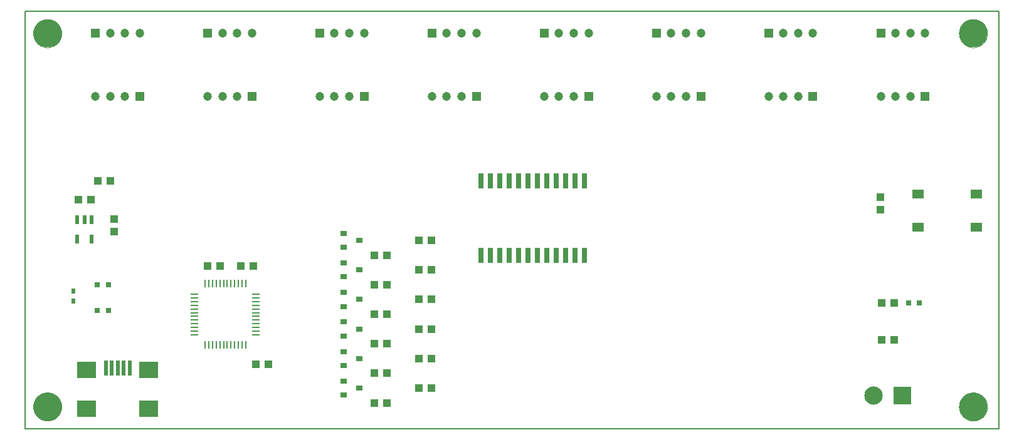
<source format=gts>
G75*
%MOIN*%
%OFA0B0*%
%FSLAX25Y25*%
%IPPOS*%
%LPD*%
%AMOC8*
5,1,8,0,0,1.08239X$1,22.5*
%
%ADD10C,0.00787*%
%ADD11C,0.00000*%
%ADD12C,0.14961*%
%ADD13R,0.03937X0.04331*%
%ADD14R,0.04331X0.03937*%
%ADD15R,0.02600X0.08000*%
%ADD16R,0.01142X0.04449*%
%ADD17R,0.04449X0.01142*%
%ADD18R,0.06102X0.05118*%
%ADD19R,0.01969X0.07874*%
%ADD20R,0.09843X0.08661*%
%ADD21C,0.04724*%
%ADD22R,0.04724X0.04724*%
%ADD23R,0.03543X0.03150*%
%ADD24R,0.02362X0.04724*%
%ADD25R,0.03150X0.03150*%
%ADD26C,0.09744*%
%ADD27R,0.09744X0.09744*%
%ADD28R,0.01969X0.02756*%
D10*
X0001394Y0002628D02*
X0001394Y0225069D01*
X0519110Y0225069D01*
X0519110Y0002628D01*
X0001394Y0002628D01*
D11*
X0005725Y0014439D02*
X0005727Y0014623D01*
X0005734Y0014806D01*
X0005745Y0014989D01*
X0005761Y0015172D01*
X0005781Y0015355D01*
X0005806Y0015537D01*
X0005835Y0015718D01*
X0005869Y0015898D01*
X0005907Y0016078D01*
X0005949Y0016256D01*
X0005996Y0016434D01*
X0006047Y0016610D01*
X0006103Y0016785D01*
X0006162Y0016959D01*
X0006226Y0017131D01*
X0006294Y0017301D01*
X0006367Y0017470D01*
X0006443Y0017637D01*
X0006524Y0017802D01*
X0006608Y0017965D01*
X0006697Y0018126D01*
X0006789Y0018284D01*
X0006885Y0018441D01*
X0006986Y0018595D01*
X0007089Y0018746D01*
X0007197Y0018895D01*
X0007308Y0019041D01*
X0007423Y0019184D01*
X0007541Y0019325D01*
X0007663Y0019462D01*
X0007788Y0019597D01*
X0007916Y0019728D01*
X0008047Y0019856D01*
X0008182Y0019981D01*
X0008319Y0020103D01*
X0008460Y0020221D01*
X0008603Y0020336D01*
X0008749Y0020447D01*
X0008898Y0020555D01*
X0009049Y0020658D01*
X0009203Y0020759D01*
X0009360Y0020855D01*
X0009518Y0020947D01*
X0009679Y0021036D01*
X0009842Y0021120D01*
X0010007Y0021201D01*
X0010174Y0021277D01*
X0010343Y0021350D01*
X0010513Y0021418D01*
X0010685Y0021482D01*
X0010859Y0021541D01*
X0011034Y0021597D01*
X0011210Y0021648D01*
X0011388Y0021695D01*
X0011566Y0021737D01*
X0011746Y0021775D01*
X0011926Y0021809D01*
X0012107Y0021838D01*
X0012289Y0021863D01*
X0012472Y0021883D01*
X0012655Y0021899D01*
X0012838Y0021910D01*
X0013021Y0021917D01*
X0013205Y0021919D01*
X0013389Y0021917D01*
X0013572Y0021910D01*
X0013755Y0021899D01*
X0013938Y0021883D01*
X0014121Y0021863D01*
X0014303Y0021838D01*
X0014484Y0021809D01*
X0014664Y0021775D01*
X0014844Y0021737D01*
X0015022Y0021695D01*
X0015200Y0021648D01*
X0015376Y0021597D01*
X0015551Y0021541D01*
X0015725Y0021482D01*
X0015897Y0021418D01*
X0016067Y0021350D01*
X0016236Y0021277D01*
X0016403Y0021201D01*
X0016568Y0021120D01*
X0016731Y0021036D01*
X0016892Y0020947D01*
X0017050Y0020855D01*
X0017207Y0020759D01*
X0017361Y0020658D01*
X0017512Y0020555D01*
X0017661Y0020447D01*
X0017807Y0020336D01*
X0017950Y0020221D01*
X0018091Y0020103D01*
X0018228Y0019981D01*
X0018363Y0019856D01*
X0018494Y0019728D01*
X0018622Y0019597D01*
X0018747Y0019462D01*
X0018869Y0019325D01*
X0018987Y0019184D01*
X0019102Y0019041D01*
X0019213Y0018895D01*
X0019321Y0018746D01*
X0019424Y0018595D01*
X0019525Y0018441D01*
X0019621Y0018284D01*
X0019713Y0018126D01*
X0019802Y0017965D01*
X0019886Y0017802D01*
X0019967Y0017637D01*
X0020043Y0017470D01*
X0020116Y0017301D01*
X0020184Y0017131D01*
X0020248Y0016959D01*
X0020307Y0016785D01*
X0020363Y0016610D01*
X0020414Y0016434D01*
X0020461Y0016256D01*
X0020503Y0016078D01*
X0020541Y0015898D01*
X0020575Y0015718D01*
X0020604Y0015537D01*
X0020629Y0015355D01*
X0020649Y0015172D01*
X0020665Y0014989D01*
X0020676Y0014806D01*
X0020683Y0014623D01*
X0020685Y0014439D01*
X0020683Y0014255D01*
X0020676Y0014072D01*
X0020665Y0013889D01*
X0020649Y0013706D01*
X0020629Y0013523D01*
X0020604Y0013341D01*
X0020575Y0013160D01*
X0020541Y0012980D01*
X0020503Y0012800D01*
X0020461Y0012622D01*
X0020414Y0012444D01*
X0020363Y0012268D01*
X0020307Y0012093D01*
X0020248Y0011919D01*
X0020184Y0011747D01*
X0020116Y0011577D01*
X0020043Y0011408D01*
X0019967Y0011241D01*
X0019886Y0011076D01*
X0019802Y0010913D01*
X0019713Y0010752D01*
X0019621Y0010594D01*
X0019525Y0010437D01*
X0019424Y0010283D01*
X0019321Y0010132D01*
X0019213Y0009983D01*
X0019102Y0009837D01*
X0018987Y0009694D01*
X0018869Y0009553D01*
X0018747Y0009416D01*
X0018622Y0009281D01*
X0018494Y0009150D01*
X0018363Y0009022D01*
X0018228Y0008897D01*
X0018091Y0008775D01*
X0017950Y0008657D01*
X0017807Y0008542D01*
X0017661Y0008431D01*
X0017512Y0008323D01*
X0017361Y0008220D01*
X0017207Y0008119D01*
X0017050Y0008023D01*
X0016892Y0007931D01*
X0016731Y0007842D01*
X0016568Y0007758D01*
X0016403Y0007677D01*
X0016236Y0007601D01*
X0016067Y0007528D01*
X0015897Y0007460D01*
X0015725Y0007396D01*
X0015551Y0007337D01*
X0015376Y0007281D01*
X0015200Y0007230D01*
X0015022Y0007183D01*
X0014844Y0007141D01*
X0014664Y0007103D01*
X0014484Y0007069D01*
X0014303Y0007040D01*
X0014121Y0007015D01*
X0013938Y0006995D01*
X0013755Y0006979D01*
X0013572Y0006968D01*
X0013389Y0006961D01*
X0013205Y0006959D01*
X0013021Y0006961D01*
X0012838Y0006968D01*
X0012655Y0006979D01*
X0012472Y0006995D01*
X0012289Y0007015D01*
X0012107Y0007040D01*
X0011926Y0007069D01*
X0011746Y0007103D01*
X0011566Y0007141D01*
X0011388Y0007183D01*
X0011210Y0007230D01*
X0011034Y0007281D01*
X0010859Y0007337D01*
X0010685Y0007396D01*
X0010513Y0007460D01*
X0010343Y0007528D01*
X0010174Y0007601D01*
X0010007Y0007677D01*
X0009842Y0007758D01*
X0009679Y0007842D01*
X0009518Y0007931D01*
X0009360Y0008023D01*
X0009203Y0008119D01*
X0009049Y0008220D01*
X0008898Y0008323D01*
X0008749Y0008431D01*
X0008603Y0008542D01*
X0008460Y0008657D01*
X0008319Y0008775D01*
X0008182Y0008897D01*
X0008047Y0009022D01*
X0007916Y0009150D01*
X0007788Y0009281D01*
X0007663Y0009416D01*
X0007541Y0009553D01*
X0007423Y0009694D01*
X0007308Y0009837D01*
X0007197Y0009983D01*
X0007089Y0010132D01*
X0006986Y0010283D01*
X0006885Y0010437D01*
X0006789Y0010594D01*
X0006697Y0010752D01*
X0006608Y0010913D01*
X0006524Y0011076D01*
X0006443Y0011241D01*
X0006367Y0011408D01*
X0006294Y0011577D01*
X0006226Y0011747D01*
X0006162Y0011919D01*
X0006103Y0012093D01*
X0006047Y0012268D01*
X0005996Y0012444D01*
X0005949Y0012622D01*
X0005907Y0012800D01*
X0005869Y0012980D01*
X0005835Y0013160D01*
X0005806Y0013341D01*
X0005781Y0013523D01*
X0005761Y0013706D01*
X0005745Y0013889D01*
X0005734Y0014072D01*
X0005727Y0014255D01*
X0005725Y0014439D01*
X0005725Y0213258D02*
X0005727Y0213442D01*
X0005734Y0213625D01*
X0005745Y0213808D01*
X0005761Y0213991D01*
X0005781Y0214174D01*
X0005806Y0214356D01*
X0005835Y0214537D01*
X0005869Y0214717D01*
X0005907Y0214897D01*
X0005949Y0215075D01*
X0005996Y0215253D01*
X0006047Y0215429D01*
X0006103Y0215604D01*
X0006162Y0215778D01*
X0006226Y0215950D01*
X0006294Y0216120D01*
X0006367Y0216289D01*
X0006443Y0216456D01*
X0006524Y0216621D01*
X0006608Y0216784D01*
X0006697Y0216945D01*
X0006789Y0217103D01*
X0006885Y0217260D01*
X0006986Y0217414D01*
X0007089Y0217565D01*
X0007197Y0217714D01*
X0007308Y0217860D01*
X0007423Y0218003D01*
X0007541Y0218144D01*
X0007663Y0218281D01*
X0007788Y0218416D01*
X0007916Y0218547D01*
X0008047Y0218675D01*
X0008182Y0218800D01*
X0008319Y0218922D01*
X0008460Y0219040D01*
X0008603Y0219155D01*
X0008749Y0219266D01*
X0008898Y0219374D01*
X0009049Y0219477D01*
X0009203Y0219578D01*
X0009360Y0219674D01*
X0009518Y0219766D01*
X0009679Y0219855D01*
X0009842Y0219939D01*
X0010007Y0220020D01*
X0010174Y0220096D01*
X0010343Y0220169D01*
X0010513Y0220237D01*
X0010685Y0220301D01*
X0010859Y0220360D01*
X0011034Y0220416D01*
X0011210Y0220467D01*
X0011388Y0220514D01*
X0011566Y0220556D01*
X0011746Y0220594D01*
X0011926Y0220628D01*
X0012107Y0220657D01*
X0012289Y0220682D01*
X0012472Y0220702D01*
X0012655Y0220718D01*
X0012838Y0220729D01*
X0013021Y0220736D01*
X0013205Y0220738D01*
X0013389Y0220736D01*
X0013572Y0220729D01*
X0013755Y0220718D01*
X0013938Y0220702D01*
X0014121Y0220682D01*
X0014303Y0220657D01*
X0014484Y0220628D01*
X0014664Y0220594D01*
X0014844Y0220556D01*
X0015022Y0220514D01*
X0015200Y0220467D01*
X0015376Y0220416D01*
X0015551Y0220360D01*
X0015725Y0220301D01*
X0015897Y0220237D01*
X0016067Y0220169D01*
X0016236Y0220096D01*
X0016403Y0220020D01*
X0016568Y0219939D01*
X0016731Y0219855D01*
X0016892Y0219766D01*
X0017050Y0219674D01*
X0017207Y0219578D01*
X0017361Y0219477D01*
X0017512Y0219374D01*
X0017661Y0219266D01*
X0017807Y0219155D01*
X0017950Y0219040D01*
X0018091Y0218922D01*
X0018228Y0218800D01*
X0018363Y0218675D01*
X0018494Y0218547D01*
X0018622Y0218416D01*
X0018747Y0218281D01*
X0018869Y0218144D01*
X0018987Y0218003D01*
X0019102Y0217860D01*
X0019213Y0217714D01*
X0019321Y0217565D01*
X0019424Y0217414D01*
X0019525Y0217260D01*
X0019621Y0217103D01*
X0019713Y0216945D01*
X0019802Y0216784D01*
X0019886Y0216621D01*
X0019967Y0216456D01*
X0020043Y0216289D01*
X0020116Y0216120D01*
X0020184Y0215950D01*
X0020248Y0215778D01*
X0020307Y0215604D01*
X0020363Y0215429D01*
X0020414Y0215253D01*
X0020461Y0215075D01*
X0020503Y0214897D01*
X0020541Y0214717D01*
X0020575Y0214537D01*
X0020604Y0214356D01*
X0020629Y0214174D01*
X0020649Y0213991D01*
X0020665Y0213808D01*
X0020676Y0213625D01*
X0020683Y0213442D01*
X0020685Y0213258D01*
X0020683Y0213074D01*
X0020676Y0212891D01*
X0020665Y0212708D01*
X0020649Y0212525D01*
X0020629Y0212342D01*
X0020604Y0212160D01*
X0020575Y0211979D01*
X0020541Y0211799D01*
X0020503Y0211619D01*
X0020461Y0211441D01*
X0020414Y0211263D01*
X0020363Y0211087D01*
X0020307Y0210912D01*
X0020248Y0210738D01*
X0020184Y0210566D01*
X0020116Y0210396D01*
X0020043Y0210227D01*
X0019967Y0210060D01*
X0019886Y0209895D01*
X0019802Y0209732D01*
X0019713Y0209571D01*
X0019621Y0209413D01*
X0019525Y0209256D01*
X0019424Y0209102D01*
X0019321Y0208951D01*
X0019213Y0208802D01*
X0019102Y0208656D01*
X0018987Y0208513D01*
X0018869Y0208372D01*
X0018747Y0208235D01*
X0018622Y0208100D01*
X0018494Y0207969D01*
X0018363Y0207841D01*
X0018228Y0207716D01*
X0018091Y0207594D01*
X0017950Y0207476D01*
X0017807Y0207361D01*
X0017661Y0207250D01*
X0017512Y0207142D01*
X0017361Y0207039D01*
X0017207Y0206938D01*
X0017050Y0206842D01*
X0016892Y0206750D01*
X0016731Y0206661D01*
X0016568Y0206577D01*
X0016403Y0206496D01*
X0016236Y0206420D01*
X0016067Y0206347D01*
X0015897Y0206279D01*
X0015725Y0206215D01*
X0015551Y0206156D01*
X0015376Y0206100D01*
X0015200Y0206049D01*
X0015022Y0206002D01*
X0014844Y0205960D01*
X0014664Y0205922D01*
X0014484Y0205888D01*
X0014303Y0205859D01*
X0014121Y0205834D01*
X0013938Y0205814D01*
X0013755Y0205798D01*
X0013572Y0205787D01*
X0013389Y0205780D01*
X0013205Y0205778D01*
X0013021Y0205780D01*
X0012838Y0205787D01*
X0012655Y0205798D01*
X0012472Y0205814D01*
X0012289Y0205834D01*
X0012107Y0205859D01*
X0011926Y0205888D01*
X0011746Y0205922D01*
X0011566Y0205960D01*
X0011388Y0206002D01*
X0011210Y0206049D01*
X0011034Y0206100D01*
X0010859Y0206156D01*
X0010685Y0206215D01*
X0010513Y0206279D01*
X0010343Y0206347D01*
X0010174Y0206420D01*
X0010007Y0206496D01*
X0009842Y0206577D01*
X0009679Y0206661D01*
X0009518Y0206750D01*
X0009360Y0206842D01*
X0009203Y0206938D01*
X0009049Y0207039D01*
X0008898Y0207142D01*
X0008749Y0207250D01*
X0008603Y0207361D01*
X0008460Y0207476D01*
X0008319Y0207594D01*
X0008182Y0207716D01*
X0008047Y0207841D01*
X0007916Y0207969D01*
X0007788Y0208100D01*
X0007663Y0208235D01*
X0007541Y0208372D01*
X0007423Y0208513D01*
X0007308Y0208656D01*
X0007197Y0208802D01*
X0007089Y0208951D01*
X0006986Y0209102D01*
X0006885Y0209256D01*
X0006789Y0209413D01*
X0006697Y0209571D01*
X0006608Y0209732D01*
X0006524Y0209895D01*
X0006443Y0210060D01*
X0006367Y0210227D01*
X0006294Y0210396D01*
X0006226Y0210566D01*
X0006162Y0210738D01*
X0006103Y0210912D01*
X0006047Y0211087D01*
X0005996Y0211263D01*
X0005949Y0211441D01*
X0005907Y0211619D01*
X0005869Y0211799D01*
X0005835Y0211979D01*
X0005806Y0212160D01*
X0005781Y0212342D01*
X0005761Y0212525D01*
X0005745Y0212708D01*
X0005734Y0212891D01*
X0005727Y0213074D01*
X0005725Y0213258D01*
X0497851Y0213258D02*
X0497853Y0213442D01*
X0497860Y0213625D01*
X0497871Y0213808D01*
X0497887Y0213991D01*
X0497907Y0214174D01*
X0497932Y0214356D01*
X0497961Y0214537D01*
X0497995Y0214717D01*
X0498033Y0214897D01*
X0498075Y0215075D01*
X0498122Y0215253D01*
X0498173Y0215429D01*
X0498229Y0215604D01*
X0498288Y0215778D01*
X0498352Y0215950D01*
X0498420Y0216120D01*
X0498493Y0216289D01*
X0498569Y0216456D01*
X0498650Y0216621D01*
X0498734Y0216784D01*
X0498823Y0216945D01*
X0498915Y0217103D01*
X0499011Y0217260D01*
X0499112Y0217414D01*
X0499215Y0217565D01*
X0499323Y0217714D01*
X0499434Y0217860D01*
X0499549Y0218003D01*
X0499667Y0218144D01*
X0499789Y0218281D01*
X0499914Y0218416D01*
X0500042Y0218547D01*
X0500173Y0218675D01*
X0500308Y0218800D01*
X0500445Y0218922D01*
X0500586Y0219040D01*
X0500729Y0219155D01*
X0500875Y0219266D01*
X0501024Y0219374D01*
X0501175Y0219477D01*
X0501329Y0219578D01*
X0501486Y0219674D01*
X0501644Y0219766D01*
X0501805Y0219855D01*
X0501968Y0219939D01*
X0502133Y0220020D01*
X0502300Y0220096D01*
X0502469Y0220169D01*
X0502639Y0220237D01*
X0502811Y0220301D01*
X0502985Y0220360D01*
X0503160Y0220416D01*
X0503336Y0220467D01*
X0503514Y0220514D01*
X0503692Y0220556D01*
X0503872Y0220594D01*
X0504052Y0220628D01*
X0504233Y0220657D01*
X0504415Y0220682D01*
X0504598Y0220702D01*
X0504781Y0220718D01*
X0504964Y0220729D01*
X0505147Y0220736D01*
X0505331Y0220738D01*
X0505515Y0220736D01*
X0505698Y0220729D01*
X0505881Y0220718D01*
X0506064Y0220702D01*
X0506247Y0220682D01*
X0506429Y0220657D01*
X0506610Y0220628D01*
X0506790Y0220594D01*
X0506970Y0220556D01*
X0507148Y0220514D01*
X0507326Y0220467D01*
X0507502Y0220416D01*
X0507677Y0220360D01*
X0507851Y0220301D01*
X0508023Y0220237D01*
X0508193Y0220169D01*
X0508362Y0220096D01*
X0508529Y0220020D01*
X0508694Y0219939D01*
X0508857Y0219855D01*
X0509018Y0219766D01*
X0509176Y0219674D01*
X0509333Y0219578D01*
X0509487Y0219477D01*
X0509638Y0219374D01*
X0509787Y0219266D01*
X0509933Y0219155D01*
X0510076Y0219040D01*
X0510217Y0218922D01*
X0510354Y0218800D01*
X0510489Y0218675D01*
X0510620Y0218547D01*
X0510748Y0218416D01*
X0510873Y0218281D01*
X0510995Y0218144D01*
X0511113Y0218003D01*
X0511228Y0217860D01*
X0511339Y0217714D01*
X0511447Y0217565D01*
X0511550Y0217414D01*
X0511651Y0217260D01*
X0511747Y0217103D01*
X0511839Y0216945D01*
X0511928Y0216784D01*
X0512012Y0216621D01*
X0512093Y0216456D01*
X0512169Y0216289D01*
X0512242Y0216120D01*
X0512310Y0215950D01*
X0512374Y0215778D01*
X0512433Y0215604D01*
X0512489Y0215429D01*
X0512540Y0215253D01*
X0512587Y0215075D01*
X0512629Y0214897D01*
X0512667Y0214717D01*
X0512701Y0214537D01*
X0512730Y0214356D01*
X0512755Y0214174D01*
X0512775Y0213991D01*
X0512791Y0213808D01*
X0512802Y0213625D01*
X0512809Y0213442D01*
X0512811Y0213258D01*
X0512809Y0213074D01*
X0512802Y0212891D01*
X0512791Y0212708D01*
X0512775Y0212525D01*
X0512755Y0212342D01*
X0512730Y0212160D01*
X0512701Y0211979D01*
X0512667Y0211799D01*
X0512629Y0211619D01*
X0512587Y0211441D01*
X0512540Y0211263D01*
X0512489Y0211087D01*
X0512433Y0210912D01*
X0512374Y0210738D01*
X0512310Y0210566D01*
X0512242Y0210396D01*
X0512169Y0210227D01*
X0512093Y0210060D01*
X0512012Y0209895D01*
X0511928Y0209732D01*
X0511839Y0209571D01*
X0511747Y0209413D01*
X0511651Y0209256D01*
X0511550Y0209102D01*
X0511447Y0208951D01*
X0511339Y0208802D01*
X0511228Y0208656D01*
X0511113Y0208513D01*
X0510995Y0208372D01*
X0510873Y0208235D01*
X0510748Y0208100D01*
X0510620Y0207969D01*
X0510489Y0207841D01*
X0510354Y0207716D01*
X0510217Y0207594D01*
X0510076Y0207476D01*
X0509933Y0207361D01*
X0509787Y0207250D01*
X0509638Y0207142D01*
X0509487Y0207039D01*
X0509333Y0206938D01*
X0509176Y0206842D01*
X0509018Y0206750D01*
X0508857Y0206661D01*
X0508694Y0206577D01*
X0508529Y0206496D01*
X0508362Y0206420D01*
X0508193Y0206347D01*
X0508023Y0206279D01*
X0507851Y0206215D01*
X0507677Y0206156D01*
X0507502Y0206100D01*
X0507326Y0206049D01*
X0507148Y0206002D01*
X0506970Y0205960D01*
X0506790Y0205922D01*
X0506610Y0205888D01*
X0506429Y0205859D01*
X0506247Y0205834D01*
X0506064Y0205814D01*
X0505881Y0205798D01*
X0505698Y0205787D01*
X0505515Y0205780D01*
X0505331Y0205778D01*
X0505147Y0205780D01*
X0504964Y0205787D01*
X0504781Y0205798D01*
X0504598Y0205814D01*
X0504415Y0205834D01*
X0504233Y0205859D01*
X0504052Y0205888D01*
X0503872Y0205922D01*
X0503692Y0205960D01*
X0503514Y0206002D01*
X0503336Y0206049D01*
X0503160Y0206100D01*
X0502985Y0206156D01*
X0502811Y0206215D01*
X0502639Y0206279D01*
X0502469Y0206347D01*
X0502300Y0206420D01*
X0502133Y0206496D01*
X0501968Y0206577D01*
X0501805Y0206661D01*
X0501644Y0206750D01*
X0501486Y0206842D01*
X0501329Y0206938D01*
X0501175Y0207039D01*
X0501024Y0207142D01*
X0500875Y0207250D01*
X0500729Y0207361D01*
X0500586Y0207476D01*
X0500445Y0207594D01*
X0500308Y0207716D01*
X0500173Y0207841D01*
X0500042Y0207969D01*
X0499914Y0208100D01*
X0499789Y0208235D01*
X0499667Y0208372D01*
X0499549Y0208513D01*
X0499434Y0208656D01*
X0499323Y0208802D01*
X0499215Y0208951D01*
X0499112Y0209102D01*
X0499011Y0209256D01*
X0498915Y0209413D01*
X0498823Y0209571D01*
X0498734Y0209732D01*
X0498650Y0209895D01*
X0498569Y0210060D01*
X0498493Y0210227D01*
X0498420Y0210396D01*
X0498352Y0210566D01*
X0498288Y0210738D01*
X0498229Y0210912D01*
X0498173Y0211087D01*
X0498122Y0211263D01*
X0498075Y0211441D01*
X0498033Y0211619D01*
X0497995Y0211799D01*
X0497961Y0211979D01*
X0497932Y0212160D01*
X0497907Y0212342D01*
X0497887Y0212525D01*
X0497871Y0212708D01*
X0497860Y0212891D01*
X0497853Y0213074D01*
X0497851Y0213258D01*
X0497851Y0014439D02*
X0497853Y0014623D01*
X0497860Y0014806D01*
X0497871Y0014989D01*
X0497887Y0015172D01*
X0497907Y0015355D01*
X0497932Y0015537D01*
X0497961Y0015718D01*
X0497995Y0015898D01*
X0498033Y0016078D01*
X0498075Y0016256D01*
X0498122Y0016434D01*
X0498173Y0016610D01*
X0498229Y0016785D01*
X0498288Y0016959D01*
X0498352Y0017131D01*
X0498420Y0017301D01*
X0498493Y0017470D01*
X0498569Y0017637D01*
X0498650Y0017802D01*
X0498734Y0017965D01*
X0498823Y0018126D01*
X0498915Y0018284D01*
X0499011Y0018441D01*
X0499112Y0018595D01*
X0499215Y0018746D01*
X0499323Y0018895D01*
X0499434Y0019041D01*
X0499549Y0019184D01*
X0499667Y0019325D01*
X0499789Y0019462D01*
X0499914Y0019597D01*
X0500042Y0019728D01*
X0500173Y0019856D01*
X0500308Y0019981D01*
X0500445Y0020103D01*
X0500586Y0020221D01*
X0500729Y0020336D01*
X0500875Y0020447D01*
X0501024Y0020555D01*
X0501175Y0020658D01*
X0501329Y0020759D01*
X0501486Y0020855D01*
X0501644Y0020947D01*
X0501805Y0021036D01*
X0501968Y0021120D01*
X0502133Y0021201D01*
X0502300Y0021277D01*
X0502469Y0021350D01*
X0502639Y0021418D01*
X0502811Y0021482D01*
X0502985Y0021541D01*
X0503160Y0021597D01*
X0503336Y0021648D01*
X0503514Y0021695D01*
X0503692Y0021737D01*
X0503872Y0021775D01*
X0504052Y0021809D01*
X0504233Y0021838D01*
X0504415Y0021863D01*
X0504598Y0021883D01*
X0504781Y0021899D01*
X0504964Y0021910D01*
X0505147Y0021917D01*
X0505331Y0021919D01*
X0505515Y0021917D01*
X0505698Y0021910D01*
X0505881Y0021899D01*
X0506064Y0021883D01*
X0506247Y0021863D01*
X0506429Y0021838D01*
X0506610Y0021809D01*
X0506790Y0021775D01*
X0506970Y0021737D01*
X0507148Y0021695D01*
X0507326Y0021648D01*
X0507502Y0021597D01*
X0507677Y0021541D01*
X0507851Y0021482D01*
X0508023Y0021418D01*
X0508193Y0021350D01*
X0508362Y0021277D01*
X0508529Y0021201D01*
X0508694Y0021120D01*
X0508857Y0021036D01*
X0509018Y0020947D01*
X0509176Y0020855D01*
X0509333Y0020759D01*
X0509487Y0020658D01*
X0509638Y0020555D01*
X0509787Y0020447D01*
X0509933Y0020336D01*
X0510076Y0020221D01*
X0510217Y0020103D01*
X0510354Y0019981D01*
X0510489Y0019856D01*
X0510620Y0019728D01*
X0510748Y0019597D01*
X0510873Y0019462D01*
X0510995Y0019325D01*
X0511113Y0019184D01*
X0511228Y0019041D01*
X0511339Y0018895D01*
X0511447Y0018746D01*
X0511550Y0018595D01*
X0511651Y0018441D01*
X0511747Y0018284D01*
X0511839Y0018126D01*
X0511928Y0017965D01*
X0512012Y0017802D01*
X0512093Y0017637D01*
X0512169Y0017470D01*
X0512242Y0017301D01*
X0512310Y0017131D01*
X0512374Y0016959D01*
X0512433Y0016785D01*
X0512489Y0016610D01*
X0512540Y0016434D01*
X0512587Y0016256D01*
X0512629Y0016078D01*
X0512667Y0015898D01*
X0512701Y0015718D01*
X0512730Y0015537D01*
X0512755Y0015355D01*
X0512775Y0015172D01*
X0512791Y0014989D01*
X0512802Y0014806D01*
X0512809Y0014623D01*
X0512811Y0014439D01*
X0512809Y0014255D01*
X0512802Y0014072D01*
X0512791Y0013889D01*
X0512775Y0013706D01*
X0512755Y0013523D01*
X0512730Y0013341D01*
X0512701Y0013160D01*
X0512667Y0012980D01*
X0512629Y0012800D01*
X0512587Y0012622D01*
X0512540Y0012444D01*
X0512489Y0012268D01*
X0512433Y0012093D01*
X0512374Y0011919D01*
X0512310Y0011747D01*
X0512242Y0011577D01*
X0512169Y0011408D01*
X0512093Y0011241D01*
X0512012Y0011076D01*
X0511928Y0010913D01*
X0511839Y0010752D01*
X0511747Y0010594D01*
X0511651Y0010437D01*
X0511550Y0010283D01*
X0511447Y0010132D01*
X0511339Y0009983D01*
X0511228Y0009837D01*
X0511113Y0009694D01*
X0510995Y0009553D01*
X0510873Y0009416D01*
X0510748Y0009281D01*
X0510620Y0009150D01*
X0510489Y0009022D01*
X0510354Y0008897D01*
X0510217Y0008775D01*
X0510076Y0008657D01*
X0509933Y0008542D01*
X0509787Y0008431D01*
X0509638Y0008323D01*
X0509487Y0008220D01*
X0509333Y0008119D01*
X0509176Y0008023D01*
X0509018Y0007931D01*
X0508857Y0007842D01*
X0508694Y0007758D01*
X0508529Y0007677D01*
X0508362Y0007601D01*
X0508193Y0007528D01*
X0508023Y0007460D01*
X0507851Y0007396D01*
X0507677Y0007337D01*
X0507502Y0007281D01*
X0507326Y0007230D01*
X0507148Y0007183D01*
X0506970Y0007141D01*
X0506790Y0007103D01*
X0506610Y0007069D01*
X0506429Y0007040D01*
X0506247Y0007015D01*
X0506064Y0006995D01*
X0505881Y0006979D01*
X0505698Y0006968D01*
X0505515Y0006961D01*
X0505331Y0006959D01*
X0505147Y0006961D01*
X0504964Y0006968D01*
X0504781Y0006979D01*
X0504598Y0006995D01*
X0504415Y0007015D01*
X0504233Y0007040D01*
X0504052Y0007069D01*
X0503872Y0007103D01*
X0503692Y0007141D01*
X0503514Y0007183D01*
X0503336Y0007230D01*
X0503160Y0007281D01*
X0502985Y0007337D01*
X0502811Y0007396D01*
X0502639Y0007460D01*
X0502469Y0007528D01*
X0502300Y0007601D01*
X0502133Y0007677D01*
X0501968Y0007758D01*
X0501805Y0007842D01*
X0501644Y0007931D01*
X0501486Y0008023D01*
X0501329Y0008119D01*
X0501175Y0008220D01*
X0501024Y0008323D01*
X0500875Y0008431D01*
X0500729Y0008542D01*
X0500586Y0008657D01*
X0500445Y0008775D01*
X0500308Y0008897D01*
X0500173Y0009022D01*
X0500042Y0009150D01*
X0499914Y0009281D01*
X0499789Y0009416D01*
X0499667Y0009553D01*
X0499549Y0009694D01*
X0499434Y0009837D01*
X0499323Y0009983D01*
X0499215Y0010132D01*
X0499112Y0010283D01*
X0499011Y0010437D01*
X0498915Y0010594D01*
X0498823Y0010752D01*
X0498734Y0010913D01*
X0498650Y0011076D01*
X0498569Y0011241D01*
X0498493Y0011408D01*
X0498420Y0011577D01*
X0498352Y0011747D01*
X0498288Y0011919D01*
X0498229Y0012093D01*
X0498173Y0012268D01*
X0498122Y0012444D01*
X0498075Y0012622D01*
X0498033Y0012800D01*
X0497995Y0012980D01*
X0497961Y0013160D01*
X0497932Y0013341D01*
X0497907Y0013523D01*
X0497887Y0013706D01*
X0497871Y0013889D01*
X0497860Y0014072D01*
X0497853Y0014255D01*
X0497851Y0014439D01*
D12*
X0505331Y0014439D03*
X0505331Y0213258D03*
X0013205Y0213258D03*
X0013205Y0014439D03*
D13*
X0187024Y0016407D03*
X0193717Y0016407D03*
X0210646Y0024281D03*
X0217339Y0024281D03*
X0193717Y0032156D03*
X0187024Y0032156D03*
X0210646Y0040030D03*
X0217339Y0040030D03*
X0193717Y0047904D03*
X0187024Y0047904D03*
X0210646Y0055778D03*
X0217339Y0055778D03*
X0193717Y0063652D03*
X0187024Y0063652D03*
X0210646Y0071526D03*
X0217339Y0071526D03*
X0193717Y0079400D03*
X0187024Y0079400D03*
X0210646Y0087274D03*
X0217339Y0087274D03*
X0193717Y0095148D03*
X0187024Y0095148D03*
X0210646Y0103022D03*
X0217339Y0103022D03*
X0048638Y0107549D03*
X0048638Y0114242D03*
X0036236Y0124675D03*
X0029543Y0124675D03*
X0456118Y0126053D03*
X0456118Y0119360D03*
X0456709Y0069557D03*
X0463402Y0069557D03*
D14*
X0463402Y0049872D03*
X0456709Y0049872D03*
X0130764Y0036919D03*
X0124071Y0036919D03*
X0122850Y0089242D03*
X0116157Y0089242D03*
X0105134Y0089242D03*
X0098441Y0089242D03*
X0046669Y0134754D03*
X0039976Y0134754D03*
D15*
X0243579Y0134633D03*
X0248579Y0134633D03*
X0253579Y0134633D03*
X0258579Y0134633D03*
X0263579Y0134633D03*
X0268579Y0134633D03*
X0273579Y0134633D03*
X0278579Y0134633D03*
X0283579Y0134633D03*
X0288579Y0134633D03*
X0293579Y0134633D03*
X0298579Y0134633D03*
X0298579Y0095033D03*
X0293579Y0095033D03*
X0288579Y0095033D03*
X0283579Y0095033D03*
X0278579Y0095033D03*
X0273579Y0095033D03*
X0268579Y0095033D03*
X0263579Y0095033D03*
X0258579Y0095033D03*
X0253579Y0095033D03*
X0248579Y0095033D03*
X0243579Y0095033D03*
D16*
X0118697Y0079852D03*
X0116728Y0079852D03*
X0114760Y0079852D03*
X0112791Y0079852D03*
X0110823Y0079852D03*
X0108854Y0079852D03*
X0106886Y0079852D03*
X0104917Y0079852D03*
X0102949Y0079852D03*
X0100980Y0079852D03*
X0099012Y0079852D03*
X0097043Y0079852D03*
X0097043Y0047451D03*
X0099012Y0047451D03*
X0100980Y0047451D03*
X0102949Y0047451D03*
X0104917Y0047451D03*
X0106886Y0047451D03*
X0108854Y0047451D03*
X0110823Y0047451D03*
X0112791Y0047451D03*
X0114760Y0047451D03*
X0116728Y0047451D03*
X0118697Y0047451D03*
D17*
X0123894Y0052648D03*
X0123894Y0054616D03*
X0123894Y0056585D03*
X0123894Y0058553D03*
X0123894Y0060522D03*
X0123894Y0062490D03*
X0123894Y0064459D03*
X0123894Y0066427D03*
X0123894Y0068396D03*
X0123894Y0070364D03*
X0123894Y0072333D03*
X0123894Y0074301D03*
X0091492Y0074301D03*
X0091492Y0072333D03*
X0091492Y0070364D03*
X0091492Y0068396D03*
X0091492Y0066427D03*
X0091492Y0064459D03*
X0091492Y0062490D03*
X0091492Y0060522D03*
X0091492Y0058553D03*
X0091492Y0056585D03*
X0091492Y0054616D03*
X0091492Y0052648D03*
D18*
X0475902Y0109911D03*
X0507201Y0109911D03*
X0507201Y0127628D03*
X0475902Y0127628D03*
D19*
X0056906Y0035108D03*
X0053756Y0035108D03*
X0050606Y0035108D03*
X0047457Y0035108D03*
X0044307Y0035108D03*
D20*
X0034071Y0034124D03*
X0067142Y0034124D03*
X0067142Y0013258D03*
X0034071Y0013258D03*
D21*
X0038697Y0179793D03*
X0046571Y0179793D03*
X0054445Y0179793D03*
X0098343Y0179793D03*
X0106217Y0179793D03*
X0114091Y0179793D03*
X0157988Y0179793D03*
X0165862Y0179793D03*
X0173736Y0179793D03*
X0217634Y0179793D03*
X0225508Y0179793D03*
X0233382Y0179793D03*
X0277280Y0179793D03*
X0285154Y0179793D03*
X0293028Y0179793D03*
X0336925Y0179793D03*
X0344799Y0179793D03*
X0352673Y0179793D03*
X0396571Y0179793D03*
X0404445Y0179793D03*
X0412319Y0179793D03*
X0456217Y0179793D03*
X0464091Y0179793D03*
X0471965Y0179793D03*
X0471965Y0213258D03*
X0479839Y0213258D03*
X0464091Y0213258D03*
X0420193Y0213258D03*
X0412319Y0213258D03*
X0404445Y0213258D03*
X0360547Y0213258D03*
X0352673Y0213258D03*
X0344799Y0213258D03*
X0300902Y0213258D03*
X0293028Y0213258D03*
X0285154Y0213258D03*
X0241256Y0213258D03*
X0233382Y0213258D03*
X0225508Y0213258D03*
X0181610Y0213258D03*
X0173736Y0213258D03*
X0165862Y0213258D03*
X0121965Y0213258D03*
X0114091Y0213258D03*
X0106217Y0213258D03*
X0062319Y0213258D03*
X0054445Y0213258D03*
X0046571Y0213258D03*
D22*
X0038697Y0213258D03*
X0098343Y0213258D03*
X0157988Y0213258D03*
X0217634Y0213258D03*
X0277280Y0213258D03*
X0336925Y0213258D03*
X0396571Y0213258D03*
X0456217Y0213258D03*
X0479839Y0179793D03*
X0420193Y0179793D03*
X0360547Y0179793D03*
X0300902Y0179793D03*
X0241256Y0179793D03*
X0181610Y0179793D03*
X0121965Y0179793D03*
X0062319Y0179793D03*
D23*
X0170685Y0106762D03*
X0178953Y0103022D03*
X0170685Y0099281D03*
X0170685Y0091014D03*
X0178953Y0087274D03*
X0170685Y0083533D03*
X0170685Y0075266D03*
X0178953Y0071526D03*
X0170685Y0067785D03*
X0170685Y0059518D03*
X0178953Y0055778D03*
X0170685Y0052037D03*
X0170685Y0043770D03*
X0178953Y0040030D03*
X0170685Y0036289D03*
X0170685Y0028022D03*
X0178953Y0024281D03*
X0170685Y0020541D03*
D24*
X0036630Y0103785D03*
X0029150Y0103785D03*
X0029150Y0114069D03*
X0032890Y0114069D03*
X0036630Y0114069D03*
D25*
X0039780Y0079400D03*
X0045685Y0079400D03*
X0045685Y0065620D03*
X0039780Y0065620D03*
X0470882Y0069557D03*
X0476787Y0069557D03*
D26*
X0452260Y0020344D03*
D27*
X0467850Y0020344D03*
D28*
X0026984Y0070738D03*
X0026984Y0075856D03*
M02*

</source>
